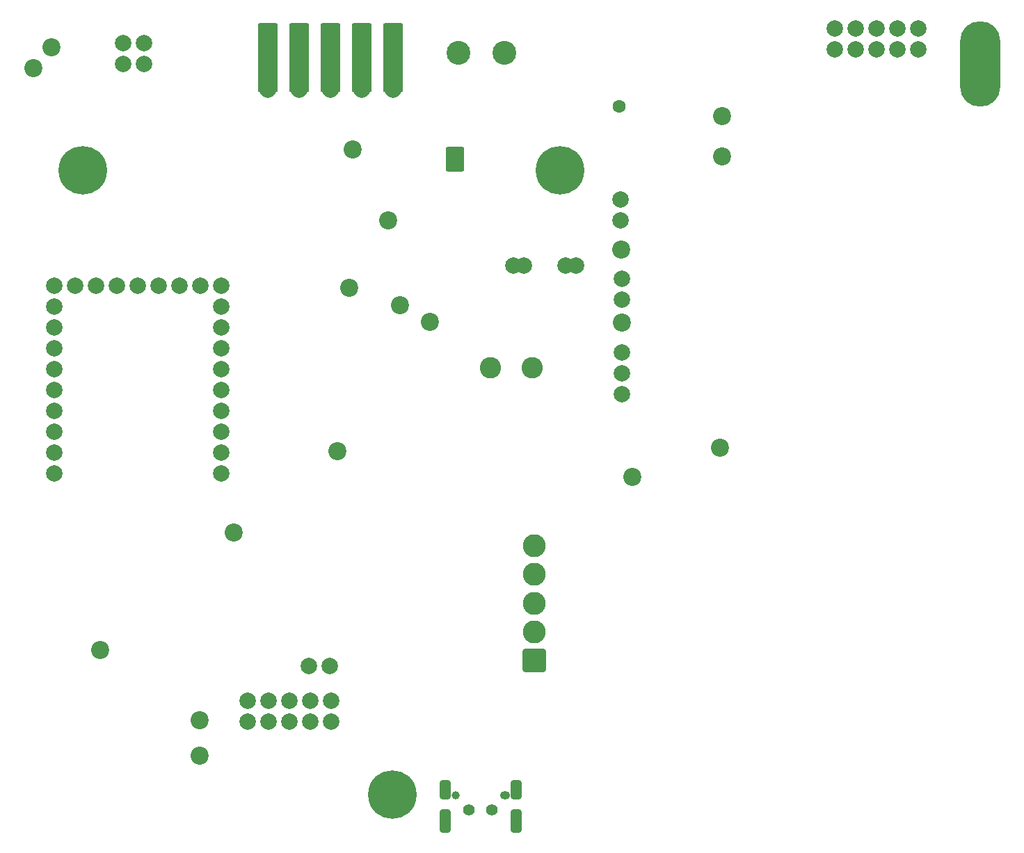
<source format=gbr>
%TF.GenerationSoftware,KiCad,Pcbnew,7.0.8*%
%TF.CreationDate,2024-06-17T23:50:34+02:00*%
%TF.ProjectId,Stima V4 Master,5374696d-6120-4563-9420-4d6173746572,rev?*%
%TF.SameCoordinates,Original*%
%TF.FileFunction,Soldermask,Bot*%
%TF.FilePolarity,Negative*%
%FSLAX46Y46*%
G04 Gerber Fmt 4.6, Leading zero omitted, Abs format (unit mm)*
G04 Created by KiCad (PCBNEW 7.0.8) date 2024-06-17 23:50:34*
%MOMM*%
%LPD*%
G01*
G04 APERTURE LIST*
G04 Aperture macros list*
%AMRoundRect*
0 Rectangle with rounded corners*
0 $1 Rounding radius*
0 $2 $3 $4 $5 $6 $7 $8 $9 X,Y pos of 4 corners*
0 Add a 4 corners polygon primitive as box body*
4,1,4,$2,$3,$4,$5,$6,$7,$8,$9,$2,$3,0*
0 Add four circle primitives for the rounded corners*
1,1,$1+$1,$2,$3*
1,1,$1+$1,$4,$5*
1,1,$1+$1,$6,$7*
1,1,$1+$1,$8,$9*
0 Add four rect primitives between the rounded corners*
20,1,$1+$1,$2,$3,$4,$5,0*
20,1,$1+$1,$4,$5,$6,$7,0*
20,1,$1+$1,$6,$7,$8,$9,0*
20,1,$1+$1,$8,$9,$2,$3,0*%
G04 Aperture macros list end*
%ADD10O,4.900000X10.400000*%
%ADD11C,5.900000*%
%ADD12C,2.200000*%
%ADD13RoundRect,0.200000X1.200000X1.200000X-1.200000X1.200000X-1.200000X-1.200000X1.200000X-1.200000X0*%
%ADD14C,2.800000*%
%ADD15C,2.000000*%
%ADD16RoundRect,0.450000X-0.250000X0.750000X-0.250000X-0.750000X0.250000X-0.750000X0.250000X0.750000X0*%
%ADD17RoundRect,0.450000X-0.250000X1.000000X-0.250000X-1.000000X0.250000X-1.000000X0.250000X1.000000X0*%
%ADD18C,1.000000*%
%ADD19C,1.400000*%
%ADD20O,1.250000X1.000000*%
%ADD21RoundRect,0.200000X0.900000X1.300000X-0.900000X1.300000X-0.900000X-1.300000X0.900000X-1.300000X0*%
%ADD22C,1.600000*%
%ADD23C,2.600000*%
%ADD24C,2.900000*%
%ADD25RoundRect,0.200000X1.000000X4.000000X-1.000000X4.000000X-1.000000X-4.000000X1.000000X-4.000000X0*%
G04 APERTURE END LIST*
D10*
%TO.C,A3*%
X204203900Y-60769980D03*
%TD*%
D11*
%TO.C,A4*%
X94983180Y-73698100D03*
%TD*%
%TO.C,A1*%
X153124020Y-73698100D03*
%TD*%
%TO.C,A2*%
X132702180Y-149771100D03*
%TD*%
D12*
%TO.C,GND1*%
X160541790Y-83363940D03*
%TD*%
%TO.C,TP9*%
X109233790Y-144958940D03*
%TD*%
D13*
%TO.C,J5*%
X149950380Y-133411900D03*
D14*
X149950380Y-129911900D03*
X149950380Y-126411900D03*
X149950380Y-122911900D03*
X149950380Y-119411900D03*
%TD*%
D15*
%TO.C,JP3*%
X160617260Y-95872300D03*
X160617260Y-98412300D03*
X160617260Y-100952300D03*
%TD*%
D12*
%TO.C,TP7*%
X125997790Y-107874940D03*
%TD*%
D15*
%TO.C,J7*%
X115049180Y-140881100D03*
X115049180Y-138341100D03*
X117589180Y-140881100D03*
X117589180Y-138341100D03*
X120129180Y-140881100D03*
X120129180Y-138341100D03*
X122669180Y-140881100D03*
X122669180Y-138341100D03*
X125209180Y-140881100D03*
X125209180Y-138341100D03*
%TD*%
D12*
%TO.C,MCO1*%
X113424790Y-117780940D03*
%TD*%
D16*
%TO.C,J6*%
X139101780Y-149110700D03*
D17*
X139101780Y-152920700D03*
D18*
X140397180Y-149821900D03*
D19*
X142021580Y-151625300D03*
X144816780Y-151625300D03*
D20*
X146442380Y-149821900D03*
D17*
X147737780Y-152920700D03*
D16*
X147763180Y-149110700D03*
%TD*%
D18*
%TO.C,U12*%
X139840980Y-71417500D03*
X139840980Y-72306500D03*
X139840980Y-73195500D03*
X140348980Y-71417500D03*
D21*
X140348980Y-72306500D03*
D18*
X140348980Y-73195500D03*
X140856980Y-71417500D03*
X140856980Y-72306500D03*
X140856980Y-73195500D03*
%TD*%
D12*
%TO.C,TP2*%
X137300790Y-92126940D03*
%TD*%
D15*
%TO.C,JP2*%
X102476180Y-60742500D03*
X99936180Y-60742500D03*
%TD*%
D12*
%TO.C,+3V3D1*%
X172809020Y-67094100D03*
%TD*%
%TO.C,TP8*%
X109233790Y-140640940D03*
%TD*%
%TO.C,+3V3SDC1*%
X97168790Y-132131940D03*
%TD*%
%TO.C,TP6*%
X160642180Y-92240100D03*
%TD*%
D22*
%TO.C,J8*%
X160261180Y-65951100D03*
%TD*%
D12*
%TO.C,TP4*%
X91173180Y-58712100D03*
%TD*%
%TO.C,+5V1*%
X132169020Y-79794100D03*
%TD*%
D15*
%TO.C,BATT1*%
X160642180Y-89446100D03*
X160642180Y-86906100D03*
%TD*%
%TO.C,BZ1*%
X155080780Y-85268940D03*
X153810780Y-85268940D03*
X148730780Y-85268940D03*
X147460780Y-85268940D03*
%TD*%
D12*
%TO.C,+12VD1*%
X172809020Y-72047100D03*
%TD*%
%TO.C,TP3*%
X89014180Y-61252100D03*
%TD*%
D15*
%TO.C,JP4*%
X160490020Y-79794100D03*
X160490020Y-77254100D03*
%TD*%
%TO.C,JP1*%
X99936180Y-58204100D03*
X102476180Y-58204100D03*
%TD*%
D23*
%TO.C,C15*%
X149746790Y-97714940D03*
X144666710Y-97715020D03*
%TD*%
D24*
%TO.C,J9*%
X146291900Y-59372980D03*
X140703900Y-59372980D03*
%TD*%
D15*
%TO.C,U8*%
X91529020Y-110655100D03*
X91529020Y-108115100D03*
X91529020Y-105575100D03*
X91529020Y-103035100D03*
X91529020Y-100495100D03*
X91529020Y-97955100D03*
X91529020Y-95415100D03*
X91529020Y-92875100D03*
X91529020Y-90335100D03*
X91529020Y-87795100D03*
X94069020Y-87795100D03*
X96609020Y-87795100D03*
X99149020Y-87795100D03*
X101689020Y-87795100D03*
X104229020Y-87795100D03*
X106769020Y-87795100D03*
X109309020Y-87795100D03*
X111849020Y-87795100D03*
X111849020Y-90335100D03*
X111849020Y-92875100D03*
X111849020Y-95415100D03*
X111849020Y-97955100D03*
X111849020Y-100495100D03*
X111849020Y-103035100D03*
X111849020Y-105575100D03*
X111849020Y-108115100D03*
X111849020Y-110655100D03*
%TD*%
D12*
%TO.C,+3V3*%
X133603950Y-90146710D03*
%TD*%
D15*
%TO.C,BOOT1*%
X125108790Y-134036940D03*
X122568790Y-134036940D03*
%TD*%
D12*
%TO.C,+5VM1*%
X127470020Y-88049100D03*
%TD*%
D15*
%TO.C,J7'1*%
X186525020Y-56426100D03*
X186525020Y-58966100D03*
X189065020Y-56426100D03*
X189065020Y-58966100D03*
X191605020Y-56426100D03*
X191605020Y-58966100D03*
X194145020Y-56426100D03*
X194145020Y-58966100D03*
X196685020Y-56426100D03*
X196685020Y-58966100D03*
%TD*%
D12*
%TO.C,TP5*%
X161938790Y-111049940D03*
%TD*%
%TO.C,TP1*%
X172555020Y-107480100D03*
%TD*%
D15*
%TO.C,J4*%
X132804020Y-63919100D03*
D25*
X132804020Y-59982100D03*
D15*
X128994020Y-63919100D03*
D25*
X128994020Y-59982100D03*
D15*
X125184020Y-63919100D03*
D25*
X125184020Y-59982100D03*
D15*
X121374020Y-63919100D03*
D25*
X121374020Y-59982100D03*
D15*
X117564020Y-63919100D03*
D25*
X117564020Y-59982100D03*
%TD*%
D12*
%TO.C,+12V1*%
X127851020Y-71158100D03*
%TD*%
M02*

</source>
